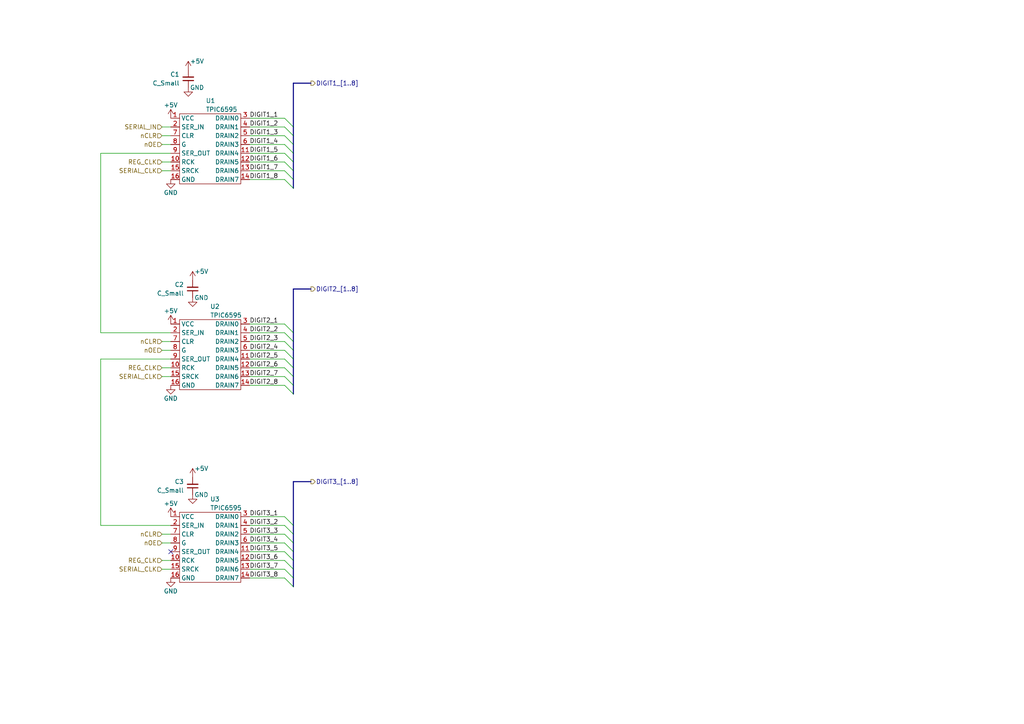
<source format=kicad_sch>
(kicad_sch (version 20211123) (generator eeschema)
  (paper "A4")
  (title_block (title "Arena Clock Carrier") (date "2023-11-19") (rev "1.0") (company "MassDestruction (Sarah Pohorecky)"))
  (lib_symbols
    (symbol "Device:C_Small" (pin_numbers hide) (pin_names (offset 0.254) hide)
      (property "Reference" "C" (at 0.254 1.778 0))
      (property "Value" "C_Small" (at 0.254 -2.032 0))
      (symbol "C_Small_0_1"
        (polyline (pts (xy -1.524 -0.508) (xy 1.524 -0.508)) (stroke (width 0.3302)))
        (polyline (pts (xy -1.524 0.508) (xy 1.524 0.508)) (stroke (width 0.3048)))
      )
      (symbol "C_Small_1_1"
        (pin passive line (at 0 2.54 270) (length 2.032) (name "~") (number "1"))
        (pin passive line (at 0 -2.54 90) (length 2.032) (name "~") (number "2"))
      )
    )
    (symbol "TPIC6C596_1"
      (property "Reference" "U" (at -3.81 8.89 0))
      (property "Value" "TPIC6C596_1" (at 0 -13.97 0))
      (symbol "TPIC6C596_1_0_1"
        (rectangle (start -5.08 7.62) (end 12.7 -12.7))
      )
      (symbol "TPIC6C596_1_1_1"
        (pin power_in line (at -7.62 6.35 0) (length 2.54) (name "VCC") (number "1"))
        (pin input line (at -7.62 -6.35 0) (length 2.54) (name "RCK") (number "10"))
        (pin bidirectional line (at 15.24 -3.81 180) (length 2.54) (name "DRAIN4") (number "11"))
        (pin bidirectional line (at 15.24 -6.35 180) (length 2.54) (name "DRAIN5") (number "12"))
        (pin bidirectional line (at 15.24 -8.89 180) (length 2.54) (name "DRAIN6") (number "13"))
        (pin bidirectional line (at 15.24 -11.43 180) (length 2.54) (name "DRAIN7") (number "14"))
        (pin input line (at -7.62 -8.89 0) (length 2.54) (name "SRCK") (number "15"))
        (pin power_in line (at -7.62 -11.43 0) (length 2.54) (name "GND") (number "16"))
        (pin input line (at -7.62 3.81 0) (length 2.54) (name "SER_IN") (number "2"))
        (pin bidirectional line (at 15.24 6.35 180) (length 2.54) (name "DRAIN0") (number "3"))
        (pin bidirectional line (at 15.24 3.81 180) (length 2.54) (name "DRAIN1") (number "4"))
        (pin bidirectional line (at 15.24 1.27 180) (length 2.54) (name "DRAIN2") (number "5"))
        (pin bidirectional line (at 15.24 -1.27 180) (length 2.54) (name "DRAIN3") (number "6"))
        (pin input line (at -7.62 1.27 0) (length 2.54) (name "CLR") (number "7"))
        (pin input line (at -7.62 -1.27 0) (length 2.54) (name "G") (number "8"))
        (pin output line (at -7.62 -3.81 0) (length 2.54) (name "SER_OUT") (number "9"))
      )
    )
    (symbol "TPIC6C596_2"
      (property "Reference" "U" (at -3.81 8.89 0))
      (property "Value" "TPIC6C596_2" (at 0 -13.97 0))
      (symbol "TPIC6C596_2_0_1"
        (rectangle (start -5.08 7.62) (end 12.7 -12.7))
      )
      (symbol "TPIC6C596_2_1_1"
        (pin power_in line (at -7.62 6.35 0) (length 2.54) (name "VCC") (number "1"))
        (pin input line (at -7.62 -6.35 0) (length 2.54) (name "RCK") (number "10"))
        (pin bidirectional line (at 15.24 -3.81 180) (length 2.54) (name "DRAIN4") (number "11"))
        (pin bidirectional line (at 15.24 -6.35 180) (length 2.54) (name "DRAIN5") (number "12"))
        (pin bidirectional line (at 15.24 -8.89 180) (length 2.54) (name "DRAIN6") (number "13"))
        (pin bidirectional line (at 15.24 -11.43 180) (length 2.54) (name "DRAIN7") (number "14"))
        (pin input line (at -7.62 -8.89 0) (length 2.54) (name "SRCK") (number "15"))
        (pin power_in line (at -7.62 -11.43 0) (length 2.54) (name "GND") (number "16"))
        (pin input line (at -7.62 3.81 0) (length 2.54) (name "SER_IN") (number "2"))
        (pin bidirectional line (at 15.24 6.35 180) (length 2.54) (name "DRAIN0") (number "3"))
        (pin bidirectional line (at 15.24 3.81 180) (length 2.54) (name "DRAIN1") (number "4"))
        (pin bidirectional line (at 15.24 1.27 180) (length 2.54) (name "DRAIN2") (number "5"))
        (pin bidirectional line (at 15.24 -1.27 180) (length 2.54) (name "DRAIN3") (number "6"))
        (pin input line (at -7.62 1.27 0) (length 2.54) (name "CLR") (number "7"))
        (pin input line (at -7.62 -1.27 0) (length 2.54) (name "G") (number "8"))
        (pin output line (at -7.62 -3.81 0) (length 2.54) (name "SER_OUT") (number "9"))
      )
    )
    (symbol "TPIC6C596_3"
      (property "Reference" "U" (at -3.81 8.89 0))
      (property "Value" "TPIC6C596_3" (at 0 -13.97 0))
      (symbol "TPIC6C596_3_0_1"
        (rectangle (start -5.08 7.62) (end 12.7 -12.7))
      )
      (symbol "TPIC6C596_3_1_1"
        (pin power_in line (at -7.62 6.35 0) (length 2.54) (name "VCC") (number "1"))
        (pin input line (at -7.62 -6.35 0) (length 2.54) (name "RCK") (number "10"))
        (pin bidirectional line (at 15.24 -3.81 180) (length 2.54) (name "DRAIN4") (number "11"))
        (pin bidirectional line (at 15.24 -6.35 180) (length 2.54) (name "DRAIN5") (number "12"))
        (pin bidirectional line (at 15.24 -8.89 180) (length 2.54) (name "DRAIN6") (number "13"))
        (pin bidirectional line (at 15.24 -11.43 180) (length 2.54) (name "DRAIN7") (number "14"))
        (pin input line (at -7.62 -8.89 0) (length 2.54) (name "SRCK") (number "15"))
        (pin power_in line (at -7.62 -11.43 0) (length 2.54) (name "GND") (number "16"))
        (pin input line (at -7.62 3.81 0) (length 2.54) (name "SER_IN") (number "2"))
        (pin bidirectional line (at 15.24 6.35 180) (length 2.54) (name "DRAIN0") (number "3"))
        (pin bidirectional line (at 15.24 3.81 180) (length 2.54) (name "DRAIN1") (number "4"))
        (pin bidirectional line (at 15.24 1.27 180) (length 2.54) (name "DRAIN2") (number "5"))
        (pin bidirectional line (at 15.24 -1.27 180) (length 2.54) (name "DRAIN3") (number "6"))
        (pin input line (at -7.62 1.27 0) (length 2.54) (name "CLR") (number "7"))
        (pin input line (at -7.62 -1.27 0) (length 2.54) (name "G") (number "8"))
        (pin output line (at -7.62 -3.81 0) (length 2.54) (name "SER_OUT") (number "9"))
      )
    )
    (symbol "power:+5V" (power) (pin_names (offset 0))
      (property "Value" "+5V" (at 0 3.556 0))
      (symbol "+5V_0_1"
        (polyline (pts (xy -0.762 1.27) (xy 0 2.54)))
        (polyline (pts (xy 0 0) (xy 0 2.54)))
        (polyline (pts (xy 0 2.54) (xy 0.762 1.27)))
      )
      (symbol "+5V_1_1"
        (pin power_in line (at 0 0 90) (length 0) hide (name "+5V") (number "1"))
      )
    )
    (symbol "power:GND" (power) (pin_names (offset 0))
      (property "Value" "GND" (at 0 -3.81 0))
      (symbol "GND_0_1"
        (polyline (pts (xy 0 0) (xy 0 -1.27) (xy 1.27 -1.27) (xy 0 -2.54) (xy -1.27 -1.27) (xy 0 -1.27)))
      )
      (symbol "GND_1_1"
        (pin power_in line (at 0 0 270) (length 0) hide (name "GND") (number "1"))
      )
    )
  )
  (bus_alias "DIGIT5" (members "_0" "_1"))
  (no_connect (at 49.53 160.02))
  (bus_entry (at 82.55 49.53) (size 2.54 2.54))
  (bus_entry (at 82.55 160.02) (size 2.54 2.54))
  (bus_entry (at 82.55 152.4) (size 2.54 2.54))
  (bus_entry (at 82.55 106.68) (size 2.54 2.54))
  (bus_entry (at 82.55 165.1) (size 2.54 2.54))
  (bus_entry (at 82.55 34.29) (size 2.54 2.54))
  (bus_entry (at 82.55 104.14) (size 2.54 2.54))
  (bus_entry (at 82.55 46.99) (size 2.54 2.54))
  (bus_entry (at 82.55 154.94) (size 2.54 2.54))
  (bus_entry (at 82.55 52.07) (size 2.54 2.54))
  (bus_entry (at 82.55 157.48) (size 2.54 2.54))
  (bus_entry (at 82.55 36.83) (size 2.54 2.54))
  (bus_entry (at 82.55 39.37) (size 2.54 2.54))
  (bus_entry (at 82.55 111.76) (size 2.54 2.54))
  (bus_entry (at 82.55 96.52) (size 2.54 2.54))
  (bus_entry (at 82.55 109.22) (size 2.54 2.54))
  (bus_entry (at 82.55 44.45) (size 2.54 2.54))
  (bus_entry (at 82.55 149.86) (size 2.54 2.54))
  (bus_entry (at 82.55 167.64) (size 2.54 2.54))
  (bus_entry (at 82.55 99.06) (size 2.54 2.54))
  (bus_entry (at 82.55 162.56) (size 2.54 2.54))
  (bus_entry (at 82.55 93.98) (size 2.54 2.54))
  (bus_entry (at 82.55 101.6) (size 2.54 2.54))
  (bus_entry (at 82.55 41.91) (size 2.54 2.54))
  (wire (pts (xy 46.99 39.37) (xy 49.53 39.37)))
  (wire (pts (xy 72.39 44.45) (xy 82.55 44.45)))
  (bus (pts (xy 90.17 24.13) (xy 85.09 24.13)))
  (wire (pts (xy 29.21 96.52) (xy 49.53 96.52)))
  (wire (pts (xy 46.99 36.83) (xy 49.53 36.83)))
  (wire (pts (xy 72.39 106.68) (xy 82.55 106.68)))
  (bus (pts (xy 85.09 157.48) (xy 85.09 160.02)))
  (wire (pts (xy 46.99 162.56) (xy 49.53 162.56)))
  (wire (pts (xy 72.39 96.52) (xy 82.55 96.52)))
  (wire (pts (xy 46.99 41.91) (xy 49.53 41.91)))
  (wire (pts (xy 72.39 46.99) (xy 82.55 46.99)))
  (bus (pts (xy 85.09 160.02) (xy 85.09 162.56)))
  (wire (pts (xy 72.39 149.86) (xy 82.55 149.86)))
  (bus (pts (xy 85.09 101.6) (xy 85.09 104.14)))
  (bus (pts (xy 85.09 152.4) (xy 85.09 154.94)))
  (bus (pts (xy 85.09 165.1) (xy 85.09 167.64)))
  (wire (pts (xy 72.39 93.98) (xy 82.55 93.98)))
  (bus (pts (xy 85.09 109.22) (xy 85.09 111.76)))
  (wire (pts (xy 72.39 167.64) (xy 82.55 167.64)))
  (wire (pts (xy 72.39 152.4) (xy 82.55 152.4)))
  (wire (pts (xy 49.53 104.14) (xy 29.21 104.14)))
  (wire (pts (xy 72.39 162.56) (xy 82.55 162.56)))
  (wire (pts (xy 72.39 160.02) (xy 82.55 160.02)))
  (wire (pts (xy 46.99 46.99) (xy 49.53 46.99)))
  (wire (pts (xy 46.99 157.48) (xy 49.53 157.48)))
  (bus (pts (xy 85.09 99.06) (xy 85.09 101.6)))
  (bus (pts (xy 85.09 106.68) (xy 85.09 109.22)))
  (bus (pts (xy 85.09 46.99) (xy 85.09 49.53)))
  (wire (pts (xy 72.39 165.1) (xy 82.55 165.1)))
  (wire (pts (xy 46.99 106.68) (xy 49.53 106.68)))
  (bus (pts (xy 85.09 162.56) (xy 85.09 165.1)))
  (wire (pts (xy 29.21 104.14) (xy 29.21 152.4)))
  (bus (pts (xy 85.09 44.45) (xy 85.09 46.99)))
  (bus (pts (xy 85.09 83.82) (xy 85.09 96.52)))
  (bus (pts (xy 85.09 139.7) (xy 85.09 152.4)))
  (bus (pts (xy 85.09 167.64) (xy 85.09 170.18)))
  (wire (pts (xy 46.99 49.53) (xy 49.53 49.53)))
  (wire (pts (xy 29.21 44.45) (xy 29.21 96.52)))
  (wire (pts (xy 72.39 36.83) (xy 82.55 36.83)))
  (bus (pts (xy 85.09 24.13) (xy 85.09 36.83)))
  (wire (pts (xy 72.39 154.94) (xy 82.55 154.94)))
  (wire (pts (xy 46.99 154.94) (xy 49.53 154.94)))
  (wire (pts (xy 72.39 52.07) (xy 82.55 52.07)))
  (bus (pts (xy 85.09 154.94) (xy 85.09 157.48)))
  (wire (pts (xy 72.39 39.37) (xy 82.55 39.37)))
  (wire (pts (xy 72.39 111.76) (xy 82.55 111.76)))
  (wire (pts (xy 72.39 99.06) (xy 82.55 99.06)))
  (wire (pts (xy 46.99 101.6) (xy 49.53 101.6)))
  (wire (pts (xy 72.39 34.29) (xy 82.55 34.29)))
  (wire (pts (xy 72.39 49.53) (xy 82.55 49.53)))
  (bus (pts (xy 90.17 139.7) (xy 85.09 139.7)))
  (bus (pts (xy 85.09 39.37) (xy 85.09 41.91)))
  (bus (pts (xy 85.09 52.07) (xy 85.09 54.61)))
  (wire (pts (xy 72.39 104.14) (xy 82.55 104.14)))
  (bus (pts (xy 85.09 104.14) (xy 85.09 106.68)))
  (wire (pts (xy 72.39 41.91) (xy 82.55 41.91)))
  (bus (pts (xy 85.09 41.91) (xy 85.09 44.45)))
  (wire (pts (xy 46.99 109.22) (xy 49.53 109.22)))
  (bus (pts (xy 90.17 83.82) (xy 85.09 83.82)))
  (wire (pts (xy 72.39 109.22) (xy 82.55 109.22)))
  (wire (pts (xy 29.21 152.4) (xy 49.53 152.4)))
  (bus (pts (xy 85.09 36.83) (xy 85.09 39.37)))
  (bus (pts (xy 85.09 49.53) (xy 85.09 52.07)))
  (wire (pts (xy 46.99 165.1) (xy 49.53 165.1)))
  (wire (pts (xy 49.53 44.45) (xy 29.21 44.45)))
  (wire (pts (xy 46.99 99.06) (xy 49.53 99.06)))
  (bus (pts (xy 85.09 111.76) (xy 85.09 114.3)))
  (wire (pts (xy 72.39 101.6) (xy 82.55 101.6)))
  (wire (pts (xy 72.39 157.48) (xy 82.55 157.48)))
  (bus (pts (xy 85.09 96.52) (xy 85.09 99.06)))
  (label "DIGIT2_4" (at 72.39 101.6 0))
  (label "DIGIT3_5" (at 72.39 160.02 0))
  (label "DIGIT1_2" (at 72.39 36.83 0))
  (label "DIGIT2_8" (at 72.39 111.76 0))
  (label "DIGIT2_3" (at 72.39 99.06 0))
  (label "DIGIT1_6" (at 72.39 46.99 0))
  (label "DIGIT3_7" (at 72.39 165.1 0))
  (label "DIGIT3_2" (at 72.39 152.4 0))
  (label "DIGIT3_6" (at 72.39 162.56 0))
  (label "DIGIT2_1" (at 72.39 93.98 0))
  (label "DIGIT1_7" (at 72.39 49.53 0))
  (label "DIGIT2_7" (at 72.39 109.22 0))
  (label "DIGIT3_3" (at 72.39 154.94 0))
  (label "DIGIT1_5" (at 72.39 44.45 0))
  (label "DIGIT1_3" (at 72.39 39.37 0))
  (label "DIGIT1_1" (at 72.39 34.29 0))
  (label "DIGIT1_8" (at 72.39 52.07 0))
  (label "DIGIT2_5" (at 72.39 104.14 0))
  (label "DIGIT2_6" (at 72.39 106.68 0))
  (label "DIGIT2_2" (at 72.39 96.52 0))
  (label "DIGIT3_8" (at 72.39 167.64 0))
  (label "DIGIT3_4" (at 72.39 157.48 0))
  (label "DIGIT1_4" (at 72.39 41.91 0))
  (label "DIGIT3_1" (at 72.39 149.86 0))
  (hierarchical_label "nCLR" (shape input) (at 46.99 99.06 180))
  (hierarchical_label "SERIAL_CLK" (shape input) (at 46.99 109.22 180))
  (hierarchical_label "nCLR" (shape input) (at 46.99 154.94 180))
  (hierarchical_label "nOE" (shape input) (at 46.99 41.91 180))
  (hierarchical_label "REG_CLK" (shape input) (at 46.99 162.56 180))
  (hierarchical_label "DIGIT2_[1..8]" (shape output) (at 90.17 83.82 0))
  (hierarchical_label "nOE" (shape input) (at 46.99 101.6 180))
  (hierarchical_label "nCLR" (shape input) (at 46.99 39.37 180))
  (hierarchical_label "SERIAL_CLK" (shape input) (at 46.99 165.1 180))
  (hierarchical_label "DIGIT1_[1..8]" (shape output) (at 90.17 24.13 0))
  (hierarchical_label "REG_CLK" (shape input) (at 46.99 106.68 180))
  (hierarchical_label "SERIAL_IN" (shape input) (at 46.99 36.83 180))
  (hierarchical_label "REG_CLK" (shape input) (at 46.99 46.99 180))
  (hierarchical_label "nOE" (shape input) (at 46.99 157.48 180))
  (hierarchical_label "DIGIT3_[1..8]" (shape output) (at 90.17 139.7 0))
  (hierarchical_label "SERIAL_CLK" (shape input) (at 46.99 49.53 180))
  (symbol (lib_id "power:GND") (at 55.88 143.51 0) (unit 1)
    (property "Reference" "#PWR016" (effects hide))
    (property "Value" "GND" (at 58.42 143.51 0))
  )
  (symbol (lib_id "power:GND") (at 49.53 52.07 0) (unit 1)
    (property "Reference" "#PWR06" (effects hide))
    (property "Value" "GND" (at 49.53 55.88 0))
  )
  (symbol (lib_id "Device:C_Small") (at 55.88 140.97 0) (mirror x) (unit 1)
    (property "Reference" "C3" (at 53.34 139.6935 0) (effects (justify right)))
    (property "Value" "C_Small" (at 53.34 142.2335 0) (effects (justify right)))
    (property "Footprint" "Capacitor_SMD:C_0805_2012Metric_Pad1.18x1.45mm_HandSolder" (effects hide))
  )
  (symbol (lib_id "Device:C_Small") (at 54.61 22.86 0) (mirror x) (unit 1)
    (property "Reference" "C1" (at 52.07 21.5835 0) (effects (justify right)))
    (property "Value" "C_Small" (at 52.07 24.1235 0) (effects (justify right)))
    (property "Footprint" "Capacitor_SMD:C_0805_2012Metric_Pad1.18x1.45mm_HandSolder" (effects hide))
  )
  (symbol (lib_id "power:+5V") (at 54.61 20.32 0) (unit 1)
    (property "Reference" "#PWR011" (effects hide))
    (property "Value" "+5V" (at 57.15 17.78 0))
  )
  (symbol (lib_name "TPIC6C596_3") (lib_id "project-components:TPIC6C596") (at 57.15 40.64 0) (unit 1)
    (property "Reference" "U1" (at 59.69 29.21 0) (effects (justify left)))
    (property "Value" "TPIC6595" (at 59.69 31.75 0) (effects (justify left)))
    (property "Footprint" "Package_DIP:DIP-16_W7.62mm" (effects hide))
    (property "Datasheet" "http://www.ti.com/lit/ds/symlink/tpic6595.pdf" (effects hide))
  )
  (symbol (lib_id "power:+5V") (at 49.53 93.98 0) (unit 1)
    (property "Reference" "#PWR07" (effects hide))
    (property "Value" "+5V" (at 49.53 90.17 0))
  )
  (symbol (lib_id "power:GND") (at 49.53 111.76 0) (unit 1)
    (property "Reference" "#PWR08" (effects hide))
    (property "Value" "GND" (at 49.53 115.57 0))
  )
  (symbol (lib_id "power:+5V") (at 55.88 138.43 0) (unit 1)
    (property "Reference" "#PWR015" (effects hide))
    (property "Value" "+5V" (at 58.42 135.89 0))
  )
  (symbol (lib_id "power:+5V") (at 49.53 34.29 0) (unit 1)
    (property "Reference" "#PWR05" (effects hide))
    (property "Value" "+5V" (at 49.53 30.48 0))
  )
  (symbol (lib_name "TPIC6C596_2") (lib_id "project-components:TPIC6C596") (at 57.15 156.21 0) (unit 1)
    (property "Reference" "U3" (at 60.96 144.78 0) (effects (justify left)))
    (property "Value" "TPIC6595" (at 60.96 147.32 0) (effects (justify left)))
    (property "Footprint" "Package_DIP:DIP-16_W7.62mm" (effects hide))
    (property "Datasheet" "http://www.ti.com/lit/ds/symlink/tpic6595.pdf" (effects hide))
  )
  (symbol (lib_id "Device:C_Small") (at 55.88 83.82 0) (mirror x) (unit 1)
    (property "Reference" "C2" (at 53.34 82.5435 0) (effects (justify right)))
    (property "Value" "C_Small" (at 53.34 85.0835 0) (effects (justify right)))
    (property "Footprint" "Capacitor_SMD:C_0805_2012Metric_Pad1.18x1.45mm_HandSolder" (effects hide))
  )
  (symbol (lib_id "power:+5V") (at 55.88 81.28 0) (unit 1)
    (property "Reference" "#PWR013" (effects hide))
    (property "Value" "+5V" (at 58.42 78.74 0))
  )
  (symbol (lib_name "TPIC6C596_1") (lib_id "project-components:TPIC6C596") (at 57.15 100.33 0) (unit 1)
    (property "Reference" "U2" (at 60.96 88.9 0) (effects (justify left)))
    (property "Value" "TPIC6595" (at 60.96 91.44 0) (effects (justify left)))
    (property "Footprint" "Package_DIP:DIP-16_W7.62mm" (effects hide))
    (property "Datasheet" "http://www.ti.com/lit/ds/symlink/tpic6595.pdf" (effects hide))
  )
  (symbol (lib_id "power:GND") (at 49.53 167.64 0) (unit 1)
    (property "Reference" "#PWR010" (effects hide))
    (property "Value" "GND" (at 49.53 171.45 0))
  )
  (symbol (lib_id "power:+5V") (at 49.53 149.86 0) (unit 1)
    (property "Reference" "#PWR09" (effects hide))
    (property "Value" "+5V" (at 49.53 146.05 0))
  )
  (symbol (lib_id "power:GND") (at 54.61 25.4 0) (unit 1)
    (property "Reference" "#PWR012" (effects hide))
    (property "Value" "GND" (at 57.15 25.4 0))
  )
  (symbol (lib_id "power:GND") (at 55.88 86.36 0) (unit 1)
    (property "Reference" "#PWR014" (effects hide))
    (property "Value" "GND" (at 58.42 86.36 0))
  )
)
</source>
